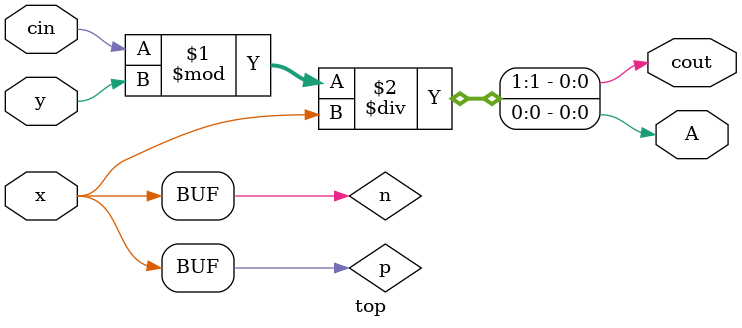
<source format=v>
module top
(
 input x,
 input y,
 input cin,

 output A,
 output cout
 );

 wire pow,p,n;

assign {cout,A} =  cin % y / x;

assign pow =  y ** x;

assign p =  +x;
assign n =  -x;

endmodule

</source>
